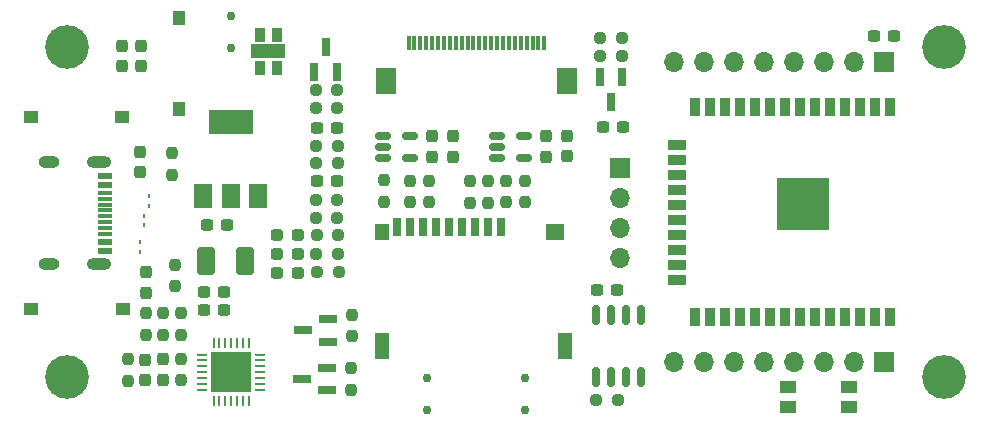
<source format=gts>
%TF.GenerationSoftware,KiCad,Pcbnew,7.0.2*%
%TF.CreationDate,2024-01-21T15:04:15+01:00*%
%TF.ProjectId,ESP32CAM,45535033-3243-4414-9d2e-6b696361645f,rev?*%
%TF.SameCoordinates,Original*%
%TF.FileFunction,Soldermask,Top*%
%TF.FilePolarity,Negative*%
%FSLAX46Y46*%
G04 Gerber Fmt 4.6, Leading zero omitted, Abs format (unit mm)*
G04 Created by KiCad (PCBNEW 7.0.2) date 2024-01-21 15:04:15*
%MOMM*%
%LPD*%
G01*
G04 APERTURE LIST*
G04 Aperture macros list*
%AMRoundRect*
0 Rectangle with rounded corners*
0 $1 Rounding radius*
0 $2 $3 $4 $5 $6 $7 $8 $9 X,Y pos of 4 corners*
0 Add a 4 corners polygon primitive as box body*
4,1,4,$2,$3,$4,$5,$6,$7,$8,$9,$2,$3,0*
0 Add four circle primitives for the rounded corners*
1,1,$1+$1,$2,$3*
1,1,$1+$1,$4,$5*
1,1,$1+$1,$6,$7*
1,1,$1+$1,$8,$9*
0 Add four rect primitives between the rounded corners*
20,1,$1+$1,$2,$3,$4,$5,0*
20,1,$1+$1,$4,$5,$6,$7,0*
20,1,$1+$1,$6,$7,$8,$9,0*
20,1,$1+$1,$8,$9,$2,$3,0*%
G04 Aperture macros list end*
%ADD10R,1.150000X0.600000*%
%ADD11R,1.150000X0.300000*%
%ADD12O,2.100000X1.000000*%
%ADD13O,1.800000X1.000000*%
%ADD14RoundRect,0.237500X-0.237500X0.250000X-0.237500X-0.250000X0.237500X-0.250000X0.237500X0.250000X0*%
%ADD15RoundRect,0.237500X-0.237500X0.300000X-0.237500X-0.300000X0.237500X-0.300000X0.237500X0.300000X0*%
%ADD16RoundRect,0.237500X-0.287500X-0.237500X0.287500X-0.237500X0.287500X0.237500X-0.287500X0.237500X0*%
%ADD17RoundRect,0.070000X-0.300000X0.650000X-0.300000X-0.650000X0.300000X-0.650000X0.300000X0.650000X0*%
%ADD18R,1.250000X1.000000*%
%ADD19RoundRect,0.237500X-0.250000X-0.237500X0.250000X-0.237500X0.250000X0.237500X-0.250000X0.237500X0*%
%ADD20R,1.450000X1.000000*%
%ADD21RoundRect,0.237500X0.250000X0.237500X-0.250000X0.237500X-0.250000X-0.237500X0.250000X-0.237500X0*%
%ADD22C,3.700000*%
%ADD23RoundRect,0.237500X0.237500X-0.250000X0.237500X0.250000X-0.237500X0.250000X-0.237500X-0.250000X0*%
%ADD24RoundRect,0.237500X0.300000X0.237500X-0.300000X0.237500X-0.300000X-0.237500X0.300000X-0.237500X0*%
%ADD25R,0.900000X1.200000*%
%ADD26RoundRect,0.237500X-0.300000X-0.237500X0.300000X-0.237500X0.300000X0.237500X-0.300000X0.237500X0*%
%ADD27RoundRect,0.237500X0.237500X-0.300000X0.237500X0.300000X-0.237500X0.300000X-0.237500X-0.300000X0*%
%ADD28R,1.000000X1.250000*%
%ADD29RoundRect,0.150000X-0.512500X-0.150000X0.512500X-0.150000X0.512500X0.150000X-0.512500X0.150000X0*%
%ADD30RoundRect,0.062500X0.062500X-0.117500X0.062500X0.117500X-0.062500X0.117500X-0.062500X-0.117500X0*%
%ADD31R,1.700000X1.700000*%
%ADD32O,1.700000X1.700000*%
%ADD33R,0.900000X1.500000*%
%ADD34R,1.500000X0.900000*%
%ADD35R,4.500000X4.500000*%
%ADD36RoundRect,0.070000X0.300000X-0.650000X0.300000X0.650000X-0.300000X0.650000X-0.300000X-0.650000X0*%
%ADD37RoundRect,0.250001X0.499999X0.924999X-0.499999X0.924999X-0.499999X-0.924999X0.499999X-0.924999X0*%
%ADD38RoundRect,0.062500X-0.062500X0.117500X-0.062500X-0.117500X0.062500X-0.117500X0.062500X0.117500X0*%
%ADD39R,1.500000X2.000000*%
%ADD40R,3.800000X2.000000*%
%ADD41RoundRect,0.070000X0.650000X0.300000X-0.650000X0.300000X-0.650000X-0.300000X0.650000X-0.300000X0*%
%ADD42R,3.000000X1.300000*%
%ADD43R,0.700000X1.600000*%
%ADD44R,1.200000X2.200000*%
%ADD45R,1.600000X1.400000*%
%ADD46R,1.200000X1.400000*%
%ADD47RoundRect,0.062500X-0.062500X0.337500X-0.062500X-0.337500X0.062500X-0.337500X0.062500X0.337500X0*%
%ADD48RoundRect,0.062500X-0.337500X0.062500X-0.337500X-0.062500X0.337500X-0.062500X0.337500X0.062500X0*%
%ADD49R,3.350000X3.350000*%
%ADD50RoundRect,0.150000X0.150000X-0.675000X0.150000X0.675000X-0.150000X0.675000X-0.150000X-0.675000X0*%
%ADD51R,0.300000X1.300000*%
%ADD52R,1.800000X2.200000*%
%ADD53C,0.750000*%
G04 APERTURE END LIST*
D10*
%TO.C,J1*%
X157605000Y-83300000D03*
X157605000Y-84100000D03*
D11*
X157605000Y-85250000D03*
X157605000Y-86250000D03*
X157605000Y-86750000D03*
X157605000Y-87750000D03*
D10*
X157605000Y-88900000D03*
X157605000Y-89700000D03*
X157605000Y-89700000D03*
X157605000Y-88900000D03*
D11*
X157605000Y-88250000D03*
X157605000Y-87250000D03*
X157605000Y-85750000D03*
X157605000Y-84750000D03*
D10*
X157605000Y-84100000D03*
X157605000Y-83300000D03*
D12*
X157030000Y-82180000D03*
D13*
X152850000Y-82180000D03*
D12*
X157030000Y-90820000D03*
D13*
X152850000Y-90820000D03*
%TD*%
D14*
%TO.C,R28*%
X183421800Y-83745700D03*
X183421800Y-85570700D03*
%TD*%
D15*
%TO.C,C5*%
X196662500Y-79934100D03*
X196662500Y-81659100D03*
%TD*%
D16*
%TO.C,D3*%
X172125000Y-89900000D03*
X173875000Y-89900000D03*
%TD*%
D14*
%TO.C,R23*%
X190017400Y-83771100D03*
X190017400Y-85596100D03*
%TD*%
D17*
%TO.C,Q1*%
X201350000Y-74950000D03*
X199450000Y-74950000D03*
X200400000Y-77050000D03*
%TD*%
D18*
%TO.C,S1*%
X151293600Y-78333600D03*
X159043600Y-78333600D03*
%TD*%
D19*
%TO.C,R6*%
X199512500Y-71650000D03*
X201337500Y-71650000D03*
%TD*%
D15*
%TO.C,C9*%
X187059100Y-79984900D03*
X187059100Y-81709900D03*
%TD*%
D20*
%TO.C,S7*%
X220542000Y-102920800D03*
X215392000Y-102920800D03*
X220542000Y-101220800D03*
X215392000Y-101220800D03*
%TD*%
D21*
%TO.C,R1*%
X177325000Y-88300000D03*
X175500000Y-88300000D03*
%TD*%
D22*
%TO.C,H4*%
X228600000Y-100330000D03*
%TD*%
D15*
%TO.C,C21*%
X162500000Y-98862500D03*
X162500000Y-100587500D03*
%TD*%
D19*
%TO.C,R34*%
X175390000Y-85344000D03*
X177215000Y-85344000D03*
%TD*%
D23*
%TO.C,R2*%
X164025000Y-100637500D03*
X164025000Y-98812500D03*
%TD*%
D24*
%TO.C,C3*%
X167638900Y-93116400D03*
X165913900Y-93116400D03*
%TD*%
D19*
%TO.C,R31*%
X175440000Y-82265000D03*
X177265000Y-82265000D03*
%TD*%
D16*
%TO.C,D5*%
X172125000Y-91540000D03*
X173875000Y-91540000D03*
%TD*%
D25*
%TO.C,D7*%
X172125000Y-71390000D03*
X172125000Y-74190000D03*
X170675000Y-74190000D03*
X170675000Y-71390000D03*
%TD*%
D22*
%TO.C,H2*%
X154305000Y-72390000D03*
%TD*%
D26*
%TO.C,C12*%
X199187500Y-92975000D03*
X200912500Y-92975000D03*
%TD*%
D27*
%TO.C,C6*%
X160553400Y-83031500D03*
X160553400Y-81306500D03*
%TD*%
D26*
%TO.C,C11*%
X199737500Y-79200000D03*
X201462500Y-79200000D03*
%TD*%
D28*
%TO.C,S3*%
X163800000Y-77675000D03*
X163800000Y-69925000D03*
%TD*%
D21*
%TO.C,R9*%
X177342500Y-91500000D03*
X175517500Y-91500000D03*
%TD*%
D24*
%TO.C,C8*%
X167932500Y-87470000D03*
X166207500Y-87470000D03*
%TD*%
D16*
%TO.C,D2*%
X172125000Y-88300000D03*
X173875000Y-88300000D03*
%TD*%
D18*
%TO.C,S2*%
X151325000Y-94589600D03*
X159075000Y-94589600D03*
%TD*%
D15*
%TO.C,C1*%
X161000000Y-91500000D03*
X161000000Y-93225000D03*
%TD*%
D23*
%TO.C,R3*%
X163195000Y-83208500D03*
X163195000Y-81383500D03*
%TD*%
%TO.C,R7*%
X193090000Y-85562500D03*
X193090000Y-83737500D03*
%TD*%
D29*
%TO.C,U2*%
X190734100Y-79949000D03*
X190734100Y-80899000D03*
X190734100Y-81849000D03*
X193009100Y-81849000D03*
X193009100Y-79949000D03*
%TD*%
D30*
%TO.C,D6*%
X161315400Y-85051000D03*
X161315400Y-85891000D03*
%TD*%
D31*
%TO.C,J6*%
X201200000Y-82660000D03*
D32*
X201200000Y-85200000D03*
X201200000Y-87740000D03*
X201200000Y-90280000D03*
%TD*%
D14*
%TO.C,R12*%
X159475000Y-98837500D03*
X159475000Y-100662500D03*
%TD*%
D27*
%TO.C,C22*%
X160600000Y-74062500D03*
X160600000Y-72337500D03*
%TD*%
D15*
%TO.C,C4*%
X194862500Y-79987500D03*
X194862500Y-81712500D03*
%TD*%
D33*
%TO.C,IC1*%
X224010000Y-77500000D03*
X222740000Y-77500000D03*
X221470000Y-77500000D03*
X220200000Y-77500000D03*
X218930000Y-77500000D03*
X217660000Y-77500000D03*
X216390000Y-77500000D03*
X215120000Y-77500000D03*
X213850000Y-77500000D03*
X212580000Y-77500000D03*
X211310000Y-77500000D03*
X210040000Y-77500000D03*
X208770000Y-77500000D03*
X207500000Y-77500000D03*
D34*
X206000000Y-80690000D03*
X206000000Y-81960000D03*
X206000000Y-83230000D03*
X206000000Y-84500000D03*
X206000000Y-85770000D03*
X206000000Y-87040000D03*
X206000000Y-88310000D03*
X206000000Y-89580000D03*
X206000000Y-90850000D03*
X206000000Y-92120000D03*
D33*
X207500000Y-95300000D03*
X208770000Y-95300000D03*
X210040000Y-95300000D03*
X211310000Y-95300000D03*
X212580000Y-95300000D03*
X213850000Y-95300000D03*
X215120000Y-95300000D03*
X216390000Y-95300000D03*
X217660000Y-95300000D03*
X218930000Y-95300000D03*
X220200000Y-95300000D03*
X221470000Y-95300000D03*
X222740000Y-95300000D03*
X224010000Y-95300000D03*
D35*
X216670000Y-85720000D03*
X216670000Y-85720000D03*
%TD*%
D14*
%TO.C,R27*%
X184962800Y-83745700D03*
X184962800Y-85570700D03*
%TD*%
D27*
%TO.C,C18*%
X160975000Y-100600000D03*
X160975000Y-98875000D03*
%TD*%
D23*
%TO.C,R10*%
X164000000Y-96775000D03*
X164000000Y-94950000D03*
%TD*%
D36*
%TO.C,Q2*%
X175290400Y-74498200D03*
X177190400Y-74498200D03*
X176240400Y-72398200D03*
%TD*%
D14*
%TO.C,R26*%
X188493400Y-83771100D03*
X188493400Y-85596100D03*
%TD*%
D37*
%TO.C,C7*%
X169375000Y-90500000D03*
X166125000Y-90500000D03*
%TD*%
D22*
%TO.C,H1*%
X228600000Y-72390000D03*
%TD*%
D14*
%TO.C,R4*%
X163500000Y-90837500D03*
X163500000Y-92662500D03*
%TD*%
D38*
%TO.C,D4*%
X160900000Y-87520000D03*
X160900000Y-86680000D03*
%TD*%
D14*
%TO.C,R29*%
X161000000Y-94950000D03*
X161000000Y-96775000D03*
%TD*%
D19*
%TO.C,R19*%
X175435000Y-80760000D03*
X177260000Y-80760000D03*
%TD*%
D23*
%TO.C,R30*%
X178400000Y-101437500D03*
X178400000Y-99612500D03*
%TD*%
D39*
%TO.C,U1*%
X165900000Y-85040000D03*
X168200000Y-85040000D03*
D40*
X168200000Y-78740000D03*
D39*
X170500000Y-85040000D03*
%TD*%
D22*
%TO.C,H3*%
X154305000Y-100330000D03*
%TD*%
D41*
%TO.C,Q6*%
X176362500Y-101450000D03*
X176362500Y-99550000D03*
X174262500Y-100500000D03*
%TD*%
%TO.C,Q5*%
X176412500Y-97350000D03*
X176412500Y-95450000D03*
X174312500Y-96400000D03*
%TD*%
D26*
%TO.C,C17*%
X175490000Y-83790000D03*
X177215000Y-83790000D03*
%TD*%
D19*
%TO.C,R14*%
X175390000Y-76073000D03*
X177215000Y-76073000D03*
%TD*%
D38*
%TO.C,D1*%
X160500000Y-89730100D03*
X160500000Y-88890100D03*
%TD*%
D42*
%TO.C,REF\u002A\u002A*%
X171400000Y-72790000D03*
%TD*%
D19*
%TO.C,R36*%
X175390000Y-86868000D03*
X177215000Y-86868000D03*
%TD*%
D14*
%TO.C,R22*%
X191541400Y-83745700D03*
X191541400Y-85570700D03*
%TD*%
%TO.C,R8*%
X162500000Y-94945000D03*
X162500000Y-96770000D03*
%TD*%
D29*
%TO.C,U3*%
X181112500Y-79925000D03*
X181112500Y-80875000D03*
X181112500Y-81825000D03*
X183387500Y-81825000D03*
X183387500Y-79925000D03*
%TD*%
D15*
%TO.C,C10*%
X185230300Y-79984900D03*
X185230300Y-81709900D03*
%TD*%
%TO.C,C19*%
X159000000Y-72337500D03*
X159000000Y-74062500D03*
%TD*%
D21*
%TO.C,R11*%
X201318500Y-73152000D03*
X199493500Y-73152000D03*
%TD*%
D43*
%TO.C,J7*%
X191050000Y-87612500D03*
X189950000Y-87612500D03*
X188850000Y-87612500D03*
X187750000Y-87612500D03*
X186650000Y-87612500D03*
X185550000Y-87612500D03*
X184450000Y-87612500D03*
X183350000Y-87612500D03*
X182250000Y-87612500D03*
D44*
X196550000Y-97712500D03*
D45*
X195650000Y-88112500D03*
D44*
X181050000Y-97712500D03*
D46*
X181050000Y-88112500D03*
%TD*%
D24*
%TO.C,C2*%
X167664300Y-94640400D03*
X165939300Y-94640400D03*
%TD*%
D47*
%TO.C,U4*%
X169750000Y-97500000D03*
X169250000Y-97500000D03*
X168750000Y-97500000D03*
X168250000Y-97500000D03*
X167750000Y-97500000D03*
X167250000Y-97500000D03*
X166750000Y-97500000D03*
D48*
X165800000Y-98450000D03*
X165800000Y-98950000D03*
X165800000Y-99450000D03*
X165800000Y-99950000D03*
X165800000Y-100450000D03*
X165800000Y-100950000D03*
X165800000Y-101450000D03*
D47*
X166750000Y-102400000D03*
X167250000Y-102400000D03*
X167750000Y-102400000D03*
X168250000Y-102400000D03*
X168750000Y-102400000D03*
X169250000Y-102400000D03*
X169750000Y-102400000D03*
D48*
X170700000Y-101450000D03*
X170700000Y-100950000D03*
X170700000Y-100450000D03*
X170700000Y-99950000D03*
X170700000Y-99450000D03*
X170700000Y-98950000D03*
X170700000Y-98450000D03*
D49*
X168250000Y-99950000D03*
%TD*%
D50*
%TO.C,U5*%
X199130000Y-100350000D03*
X200400000Y-100350000D03*
X201670000Y-100350000D03*
X202940000Y-100350000D03*
X202940000Y-95100000D03*
X201670000Y-95100000D03*
X200400000Y-95100000D03*
X199130000Y-95100000D03*
%TD*%
D24*
%TO.C,C16*%
X177220000Y-79240000D03*
X175495000Y-79240000D03*
%TD*%
D19*
%TO.C,R15*%
X175390000Y-77597000D03*
X177215000Y-77597000D03*
%TD*%
D21*
%TO.C,R16*%
X200962900Y-102311200D03*
X199137900Y-102311200D03*
%TD*%
%TO.C,R5*%
X177275000Y-89900000D03*
X175450000Y-89900000D03*
%TD*%
D51*
%TO.C,J4*%
X183262500Y-72050000D03*
X183762500Y-72050000D03*
X184262500Y-72050000D03*
X184762500Y-72050000D03*
X185262500Y-72050000D03*
X185762500Y-72050000D03*
X186262500Y-72050000D03*
X186762500Y-72050000D03*
X187262500Y-72050000D03*
X187762500Y-72050000D03*
X188262500Y-72050000D03*
X188762500Y-72050000D03*
X189262500Y-72050000D03*
X189762500Y-72050000D03*
X190262500Y-72050000D03*
X190762500Y-72050000D03*
X191262500Y-72050000D03*
X191762500Y-72050000D03*
X192262500Y-72050000D03*
X192762500Y-72050000D03*
X193262500Y-72050000D03*
X193762500Y-72050000D03*
X194262500Y-72050000D03*
X194762500Y-72050000D03*
D52*
X196662500Y-75300000D03*
X181362500Y-75300000D03*
%TD*%
D14*
%TO.C,R37*%
X178500000Y-95087500D03*
X178500000Y-96912500D03*
%TD*%
D23*
%TO.C,R13*%
X181150000Y-85500000D03*
X181150000Y-83675000D03*
%TD*%
D26*
%TO.C,C14*%
X222637500Y-71500000D03*
X224362500Y-71500000D03*
%TD*%
D31*
%TO.C,J5*%
X223520000Y-99060000D03*
D32*
X220980000Y-99060000D03*
X218440000Y-99060000D03*
X215900000Y-99060000D03*
X213360000Y-99060000D03*
X210820000Y-99060000D03*
X208280000Y-99060000D03*
X205740000Y-99060000D03*
%TD*%
D53*
%TO.C,S5*%
X193105000Y-100425000D03*
X193105000Y-103175000D03*
%TD*%
%TO.C,S4*%
X168220000Y-72520400D03*
X168220000Y-69770400D03*
%TD*%
%TO.C,S6*%
X184785000Y-100435000D03*
X184785000Y-103185000D03*
%TD*%
D31*
%TO.C,J3*%
X223520000Y-73660000D03*
D32*
X220980000Y-73660000D03*
X218440000Y-73660000D03*
X215900000Y-73660000D03*
X213360000Y-73660000D03*
X210820000Y-73660000D03*
X208280000Y-73660000D03*
X205740000Y-73660000D03*
%TD*%
M02*

</source>
